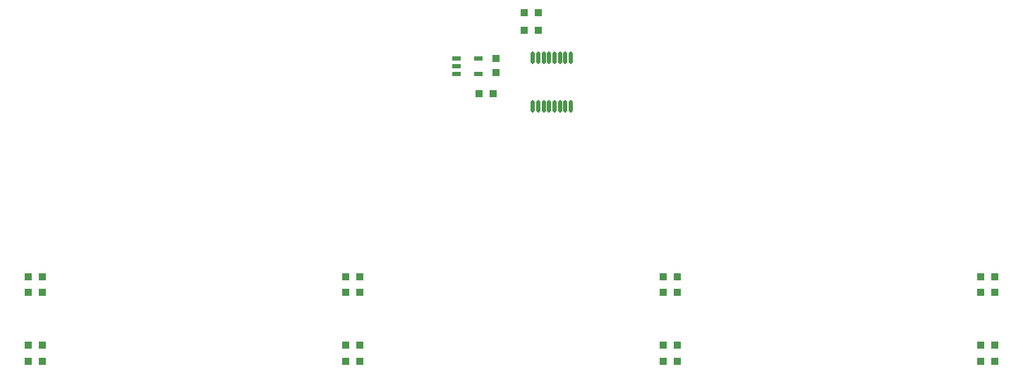
<source format=gtp>
G04*
G04 #@! TF.GenerationSoftware,Altium Limited,Altium Designer,18.1.9 (240)*
G04*
G04 Layer_Color=8421504*
%FSLAX25Y25*%
%MOIN*%
G70*
G01*
G75*
%ADD16O,0.01772X0.05906*%
%ADD17R,0.04331X0.02362*%
%ADD18R,0.03740X0.03740*%
%ADD19R,0.03740X0.03740*%
D16*
X412957Y358417D02*
D03*
X410398D02*
D03*
X407839D02*
D03*
X405279D02*
D03*
X402720D02*
D03*
X400161D02*
D03*
X397602D02*
D03*
X395043D02*
D03*
X412957Y335583D02*
D03*
X410398D02*
D03*
X407839D02*
D03*
X405279D02*
D03*
X402720D02*
D03*
X400161D02*
D03*
X397602D02*
D03*
X395043D02*
D03*
D17*
X358882Y358240D02*
D03*
Y354500D02*
D03*
Y350760D02*
D03*
X369118D02*
D03*
Y358240D02*
D03*
D18*
X606653Y222500D02*
D03*
X613346D02*
D03*
X456653D02*
D03*
X463346D02*
D03*
X306653D02*
D03*
X313347D02*
D03*
X156653D02*
D03*
X163347D02*
D03*
X606653Y247500D02*
D03*
X613346D02*
D03*
X456653D02*
D03*
X463346D02*
D03*
X306653D02*
D03*
X313347D02*
D03*
X156653D02*
D03*
X163347D02*
D03*
X613346Y215000D02*
D03*
X606653D02*
D03*
X463346D02*
D03*
X456653D02*
D03*
X313347D02*
D03*
X306653D02*
D03*
X163347D02*
D03*
X156653D02*
D03*
X613346Y255000D02*
D03*
X606653D02*
D03*
X463346D02*
D03*
X456653D02*
D03*
X313347D02*
D03*
X306653D02*
D03*
X163347D02*
D03*
X156653D02*
D03*
X397630Y371500D02*
D03*
X390937D02*
D03*
X397630Y380000D02*
D03*
X390937D02*
D03*
X376346Y341500D02*
D03*
X369654D02*
D03*
D19*
X377500Y351654D02*
D03*
Y358347D02*
D03*
M02*

</source>
